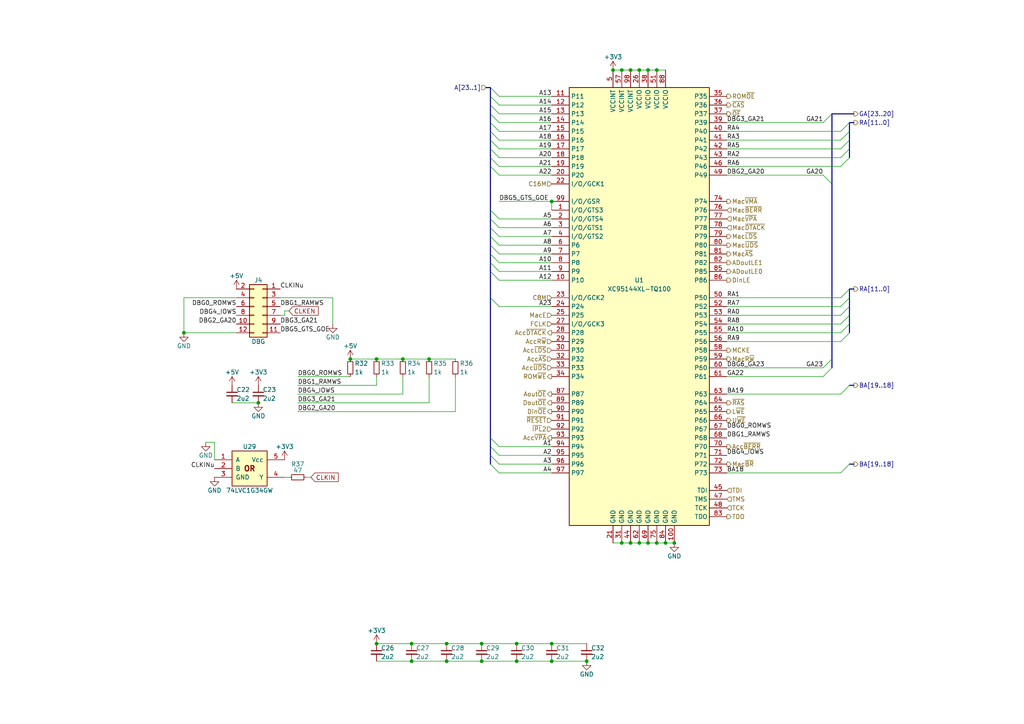
<source format=kicad_sch>
(kicad_sch (version 20231120) (generator "eeschema") (generator_version "8.0")
  (paper "A4")
  (title_block (title "WarpSE (GW4410A)") (date "2024-04-23") (rev "1.0") (company "Garrett's Workshop"))
  (lib_symbols
    (symbol "CPLD_Xilinx:XC95144XL-TQ100"
      (property "Reference" "U" (at -20.32 64.77 0))
      (property "Value" "XC95144XL-TQ100" (at -20.32 -64.77 0))
      (symbol "XC95144XL-TQ100_1_1"
        (rectangle (start -20.32 63.5) (end 20.32 -63.5) (stroke (width 0.254)) (fill (type background)))
        (pin bidirectional line (at -25.4 27.94 0) (length 5.08) (name "I/O/GTS3") (number "1"))
        (pin bidirectional line (at -25.4 7.62 0) (length 5.08) (name "P10") (number "10"))
        (pin power_in line (at 10.16 -68.58 90) (length 5.08) (name "GND") (number "100"))
        (pin bidirectional line (at -25.4 60.96 0) (length 5.08) (name "P11") (number "11"))
        (pin bidirectional line (at -25.4 58.42 0) (length 5.08) (name "P12") (number "12"))
        (pin bidirectional line (at -25.4 55.88 0) (length 5.08) (name "P13") (number "13"))
        (pin bidirectional line (at -25.4 53.34 0) (length 5.08) (name "P14") (number "14"))
        (pin bidirectional line (at -25.4 50.8 0) (length 5.08) (name "P15") (number "15"))
        (pin bidirectional line (at -25.4 48.26 0) (length 5.08) (name "P16") (number "16"))
        (pin bidirectional line (at -25.4 45.72 0) (length 5.08) (name "P17") (number "17"))
        (pin bidirectional line (at -25.4 43.18 0) (length 5.08) (name "P18") (number "18"))
        (pin bidirectional line (at -25.4 40.64 0) (length 5.08) (name "P19") (number "19"))
        (pin bidirectional line (at -25.4 25.4 0) (length 5.08) (name "I/O/GTS4") (number "2"))
        (pin bidirectional line (at -25.4 38.1 0) (length 5.08) (name "P20") (number "20"))
        (pin power_in line (at -7.62 -68.58 90) (length 5.08) (name "GND") (number "21"))
        (pin bidirectional line (at -25.4 35.56 0) (length 5.08) (name "I/O/GCK1") (number "22"))
        (pin bidirectional line (at -25.4 2.54 0) (length 5.08) (name "I/O/GCK2") (number "23"))
        (pin bidirectional line (at -25.4 0 0) (length 5.08) (name "P24") (number "24"))
        (pin bidirectional line (at -25.4 -2.54 0) (length 5.08) (name "P25") (number "25"))
        (pin power_in line (at 0 68.58 270) (length 5.08) (name "VCCIO") (number "26"))
        (pin bidirectional line (at -25.4 -5.08 0) (length 5.08) (name "I/O/GCK3") (number "27"))
        (pin bidirectional line (at -25.4 -7.62 0) (length 5.08) (name "P28") (number "28"))
        (pin bidirectional line (at -25.4 -10.16 0) (length 5.08) (name "P29") (number "29"))
        (pin bidirectional line (at -25.4 22.86 0) (length 5.08) (name "I/O/GTS1") (number "3"))
        (pin bidirectional line (at -25.4 -12.7 0) (length 5.08) (name "P30") (number "30"))
        (pin power_in line (at -5.08 -68.58 90) (length 5.08) (name "GND") (number "31"))
        (pin bidirectional line (at -25.4 -15.24 0) (length 5.08) (name "P32") (number "32"))
        (pin bidirectional line (at -25.4 -17.78 0) (length 5.08) (name "P33") (number "33"))
        (pin bidirectional line (at -25.4 -20.32 0) (length 5.08) (name "P34") (number "34"))
        (pin bidirectional line (at 25.4 60.96 180) (length 5.08) (name "P35") (number "35"))
        (pin bidirectional line (at 25.4 58.42 180) (length 5.08) (name "P36") (number "36"))
        (pin bidirectional line (at 25.4 55.88 180) (length 5.08) (name "P37") (number "37"))
        (pin power_in line (at 2.54 68.58 270) (length 5.08) (name "VCCIO") (number "38"))
        (pin bidirectional line (at 25.4 53.34 180) (length 5.08) (name "P39") (number "39"))
        (pin bidirectional line (at -25.4 20.32 0) (length 5.08) (name "I/O/GTS2") (number "4"))
        (pin bidirectional line (at 25.4 50.8 180) (length 5.08) (name "P40") (number "40"))
        (pin bidirectional line (at 25.4 48.26 180) (length 5.08) (name "P41") (number "41"))
        (pin bidirectional line (at 25.4 45.72 180) (length 5.08) (name "P42") (number "42"))
        (pin bidirectional line (at 25.4 43.18 180) (length 5.08) (name "P43") (number "43"))
        (pin power_in line (at -2.54 -68.58 90) (length 5.08) (name "GND") (number "44"))
        (pin input line (at 25.4 -53.34 180) (length 5.08) (name "TDI") (number "45"))
        (pin bidirectional line (at 25.4 40.64 180) (length 5.08) (name "P46") (number "46"))
        (pin input line (at 25.4 -55.88 180) (length 5.08) (name "TMS") (number "47"))
        (pin input line (at 25.4 -58.42 180) (length 5.08) (name "TCK") (number "48"))
        (pin bidirectional line (at 25.4 38.1 180) (length 5.08) (name "P49") (number "49"))
        (pin power_in line (at -7.62 68.58 270) (length 5.08) (name "VCCINT") (number "5"))
        (pin bidirectional line (at 25.4 2.54 180) (length 5.08) (name "P50") (number "50"))
        (pin power_in line (at 5.08 68.58 270) (length 5.08) (name "VCCIO") (number "51"))
        (pin bidirectional line (at 25.4 0 180) (length 5.08) (name "P52") (number "52"))
        (pin bidirectional line (at 25.4 -2.54 180) (length 5.08) (name "P53") (number "53"))
        (pin bidirectional line (at 25.4 -5.08 180) (length 5.08) (name "P54") (number "54"))
        (pin bidirectional line (at 25.4 -7.62 180) (length 5.08) (name "P55") (number "55"))
        (pin bidirectional line (at 25.4 -10.16 180) (length 5.08) (name "P56") (number "56"))
        (pin power_in line (at -5.08 68.58 270) (length 5.08) (name "VCCINT") (number "57"))
        (pin bidirectional line (at 25.4 -12.7 180) (length 5.08) (name "P58") (number "58"))
        (pin bidirectional line (at 25.4 -15.24 180) (length 5.08) (name "P59") (number "59"))
        (pin bidirectional line (at -25.4 17.78 0) (length 5.08) (name "P6") (number "6"))
        (pin bidirectional line (at 25.4 -17.78 180) (length 5.08) (name "P60") (number "60"))
        (pin bidirectional line (at 25.4 -20.32 180) (length 5.08) (name "P61") (number "61"))
        (pin power_in line (at 0 -68.58 90) (length 5.08) (name "GND") (number "62"))
        (pin bidirectional line (at 25.4 -25.4 180) (length 5.08) (name "P63") (number "63"))
        (pin bidirectional line (at 25.4 -27.94 180) (length 5.08) (name "P64") (number "64"))
        (pin bidirectional line (at 25.4 -30.48 180) (length 5.08) (name "P65") (number "65"))
        (pin bidirectional line (at 25.4 -33.02 180) (length 5.08) (name "P66") (number "66"))
        (pin bidirectional line (at 25.4 -35.56 180) (length 5.08) (name "P67") (number "67"))
        (pin bidirectional line (at 25.4 -38.1 180) (length 5.08) (name "P68") (number "68"))
        (pin power_in line (at 2.54 -68.58 90) (length 5.08) (name "GND") (number "69"))
        (pin bidirectional line (at -25.4 15.24 0) (length 5.08) (name "P7") (number "7"))
        (pin bidirectional line (at 25.4 -40.64 180) (length 5.08) (name "P70") (number "70"))
        (pin bidirectional line (at 25.4 -43.18 180) (length 5.08) (name "P71") (number "71"))
        (pin bidirectional line (at 25.4 -45.72 180) (length 5.08) (name "P72") (number "72"))
        (pin bidirectional line (at 25.4 -48.26 180) (length 5.08) (name "P73") (number "73"))
        (pin bidirectional line (at 25.4 30.48 180) (length 5.08) (name "P74") (number "74"))
        (pin power_in line (at 5.08 -68.58 90) (length 5.08) (name "GND") (number "75"))
        (pin bidirectional line (at 25.4 27.94 180) (length 5.08) (name "P76") (number "76"))
        (pin bidirectional line (at 25.4 25.4 180) (length 5.08) (name "P77") (number "77"))
        (pin bidirectional line (at 25.4 22.86 180) (length 5.08) (name "P78") (number "78"))
        (pin bidirectional line (at 25.4 20.32 180) (length 5.08) (name "P79") (number "79"))
        (pin bidirectional line (at -25.4 12.7 0) (length 5.08) (name "P8") (number "8"))
        (pin bidirectional line (at 25.4 17.78 180) (length 5.08) (name "P80") (number "80"))
        (pin bidirectional line (at 25.4 15.24 180) (length 5.08) (name "P81") (number "81"))
        (pin bidirectional line (at 25.4 12.7 180) (length 5.08) (name "P82") (number "82"))
        (pin output line (at 25.4 -60.96 180) (length 5.08) (name "TDO") (number "83"))
        (pin power_in line (at 7.62 -68.58 90) (length 5.08) (name "GND") (number "84"))
        (pin bidirectional line (at 25.4 10.16 180) (length 5.08) (name "P85") (number "85"))
        (pin bidirectional line (at 25.4 7.62 180) (length 5.08) (name "P86") (number "86"))
        (pin bidirectional line (at -25.4 -25.4 0) (length 5.08) (name "P87") (number "87"))
        (pin power_in line (at 7.62 68.58 270) (length 5.08) (name "VCCIO") (number "88"))
        (pin bidirectional line (at -25.4 -27.94 0) (length 5.08) (name "P89") (number "89"))
        (pin bidirectional line (at -25.4 10.16 0) (length 5.08) (name "P9") (number "9"))
        (pin bidirectional line (at -25.4 -30.48 0) (length 5.08) (name "P90") (number "90"))
        (pin bidirectional line (at -25.4 -33.02 0) (length 5.08) (name "P91") (number "91"))
        (pin bidirectional line (at -25.4 -35.56 0) (length 5.08) (name "P92") (number "92"))
        (pin bidirectional line (at -25.4 -38.1 0) (length 5.08) (name "P93") (number "93"))
        (pin bidirectional line (at -25.4 -40.64 0) (length 5.08) (name "P94") (number "94"))
        (pin bidirectional line (at -25.4 -43.18 0) (length 5.08) (name "P95") (number "95"))
        (pin bidirectional line (at -25.4 -45.72 0) (length 5.08) (name "P96") (number "96"))
        (pin bidirectional line (at -25.4 -48.26 0) (length 5.08) (name "P97") (number "97"))
        (pin power_in line (at -2.54 68.58 270) (length 5.08) (name "VCCINT") (number "98"))
        (pin bidirectional line (at -25.4 30.48 0) (length 5.08) (name "I/O/GSR") (number "99"))
      )
    )
    (symbol "Connector_Generic:Conn_02x06_Odd_Even" (pin_names (offset 1.016) hide)
      (property "Reference" "J" (at 1.27 7.62 0))
      (property "Value" "Conn_02x06_Odd_Even" (at 1.27 -10.16 0))
      (symbol "Conn_02x06_Odd_Even_1_1"
        (rectangle (start -1.27 -7.493) (end 0 -7.747) (stroke (width 0.1524)))
        (rectangle (start -1.27 -4.953) (end 0 -5.207) (stroke (width 0.1524)))
        (rectangle (start -1.27 -2.413) (end 0 -2.667) (stroke (width 0.1524)))
        (rectangle (start -1.27 0.127) (end 0 -0.127) (stroke (width 0.1524)))
        (rectangle (start -1.27 2.667) (end 0 2.413) (stroke (width 0.1524)))
        (rectangle (start -1.27 5.207) (end 0 4.953) (stroke (width 0.1524)))
        (rectangle (start -1.27 6.35) (end 3.81 -8.89) (stroke (width 0.254)) (fill (type background)))
        (rectangle (start 3.81 -7.493) (end 2.54 -7.747) (stroke (width 0.1524)))
        (rectangle (start 3.81 -4.953) (end 2.54 -5.207) (stroke (width 0.1524)))
        (rectangle (start 3.81 -2.413) (end 2.54 -2.667) (stroke (width 0.1524)))
        (rectangle (start 3.81 0.127) (end 2.54 -0.127) (stroke (width 0.1524)))
        (rectangle (start 3.81 2.667) (end 2.54 2.413) (stroke (width 0.1524)))
        (rectangle (start 3.81 5.207) (end 2.54 4.953) (stroke (width 0.1524)))
        (pin passive line (at -5.08 5.08 0) (length 3.81) (name "Pin_1") (number "1"))
        (pin passive line (at 7.62 -5.08 180) (length 3.81) (name "Pin_10") (number "10"))
        (pin passive line (at -5.08 -7.62 0) (length 3.81) (name "Pin_11") (number "11"))
        (pin passive line (at 7.62 -7.62 180) (length 3.81) (name "Pin_12") (number "12"))
        (pin passive line (at 7.62 5.08 180) (length 3.81) (name "Pin_2") (number "2"))
        (pin passive line (at -5.08 2.54 0) (length 3.81) (name "Pin_3") (number "3"))
        (pin passive line (at 7.62 2.54 180) (length 3.81) (name "Pin_4") (number "4"))
        (pin passive line (at -5.08 0 0) (length 3.81) (name "Pin_5") (number "5"))
        (pin passive line (at 7.62 0 180) (length 3.81) (name "Pin_6") (number "6"))
        (pin passive line (at -5.08 -2.54 0) (length 3.81) (name "Pin_7") (number "7"))
        (pin passive line (at 7.62 -2.54 180) (length 3.81) (name "Pin_8") (number "8"))
        (pin passive line (at -5.08 -5.08 0) (length 3.81) (name "Pin_9") (number "9"))
      )
    )
    (symbol "Device:C_Small" (pin_numbers hide) (pin_names (offset 0.254) hide)
      (property "Reference" "C" (at 0.254 1.778 0))
      (property "Value" "C_Small" (at 0.254 -2.032 0))
      (symbol "C_Small_0_1"
        (polyline (pts (xy -1.524 -0.508) (xy 1.524 -0.508)) (stroke (width 0.3302)))
        (polyline (pts (xy -1.524 0.508) (xy 1.524 0.508)) (stroke (width 0.3048)))
      )
      (symbol "C_Small_1_1"
        (pin passive line (at 0 2.54 270) (length 2.032) (name "~") (number "1"))
        (pin passive line (at 0 -2.54 90) (length 2.032) (name "~") (number "2"))
      )
    )
    (symbol "Device:R_Small" (pin_numbers hide) (pin_names (offset 0.254) hide)
      (property "Reference" "R" (at 0.762 0.508 0))
      (property "Value" "R_Small" (at 0.762 -1.016 0))
      (symbol "R_Small_0_1"
        (rectangle (start -0.762 1.778) (end 0.762 -1.778) (stroke (width 0.2032)))
      )
      (symbol "R_Small_1_1"
        (pin passive line (at 0 2.54 270) (length 0.762) (name "~") (number "1"))
        (pin passive line (at 0 -2.54 90) (length 0.762) (name "~") (number "2"))
      )
    )
    (symbol "GW_Logic:741G32GW" (pin_names (offset 1.016))
      (property "Reference" "U" (at 0 6.35 0))
      (property "Value" "741G32GW" (at 0 -6.35 0))
      (symbol "741G32GW_0_1"
        (rectangle (start -5.08 5.08) (end 5.08 -5.08) (stroke (width 0.254)) (fill (type background)))
      )
      (symbol "741G32GW_1_1"
        (text "OR" (at 0 0 0) (effects (font (size 1.524 1.524) (bold yes))))
        (pin input line (at -10.16 2.54 0) (length 5.08) (name "A") (number "1"))
        (pin input line (at -10.16 0 0) (length 5.08) (name "B") (number "2"))
        (pin power_in line (at -10.16 -2.54 0) (length 5.08) (name "GND") (number "3"))
        (pin output line (at 10.16 -2.54 180) (length 5.08) (name "Y") (number "4"))
        (pin power_in line (at 10.16 2.54 180) (length 5.08) (name "Vcc") (number "5"))
      )
    )
    (symbol "power:+3V3" (power) (pin_names (offset 0))
      (property "Value" "+3V3" (at 0 3.556 0))
      (symbol "+3V3_0_1"
        (polyline (pts (xy -0.762 1.27) (xy 0 2.54)))
        (polyline (pts (xy 0 0) (xy 0 2.54)))
        (polyline (pts (xy 0 2.54) (xy 0.762 1.27)))
      )
      (symbol "+3V3_1_1"
        (pin power_in line (at 0 0 90) (length 0) hide (name "+3V3") (number "1"))
      )
    )
    (symbol "power:+5V" (power) (pin_names (offset 0))
      (property "Value" "+5V" (at 0 3.556 0))
      (symbol "+5V_0_1"
        (polyline (pts (xy -0.762 1.27) (xy 0 2.54)))
        (polyline (pts (xy 0 0) (xy 0 2.54)))
        (polyline (pts (xy 0 2.54) (xy 0.762 1.27)))
      )
      (symbol "+5V_1_1"
        (pin power_in line (at 0 0 90) (length 0) hide (name "+5V") (number "1"))
      )
    )
    (symbol "power:GND" (power) (pin_names (offset 0))
      (property "Value" "GND" (at 0 -3.81 0))
      (symbol "GND_0_1"
        (polyline (pts (xy 0 0) (xy 0 -1.27) (xy 1.27 -1.27) (xy 0 -2.54) (xy -1.27 -1.27) (xy 0 -1.27)))
      )
      (symbol "GND_1_1"
        (pin power_in line (at 0 0 270) (length 0) hide (name "GND") (number "1"))
      )
    )
  )
  (junction (at 74.93 116.84))
  (junction (at 116.84 104.14))
  (junction (at 119.38 191.77))
  (junction (at 193.04 157.48))
  (junction (at 129.54 191.77))
  (junction (at 180.34 157.48))
  (junction (at 177.8 20.32))
  (junction (at 139.7 191.77))
  (junction (at 139.7 186.69))
  (junction (at 187.96 157.48))
  (junction (at 101.6 104.14))
  (junction (at 182.88 157.48))
  (junction (at 119.38 186.69))
  (junction (at 185.42 20.32))
  (junction (at 160.02 186.69))
  (junction (at 160.02 58.42))
  (junction (at 109.22 104.14))
  (junction (at 182.88 20.32))
  (junction (at 124.46 104.14))
  (junction (at 109.22 186.69))
  (junction (at 195.58 157.48))
  (junction (at 187.96 20.32))
  (junction (at 180.34 20.32))
  (junction (at 149.86 191.77))
  (junction (at 190.5 157.48))
  (junction (at 149.86 186.69))
  (junction (at 185.42 157.48))
  (junction (at 170.18 191.77))
  (junction (at 160.02 191.77))
  (junction (at 129.54 186.69))
  (junction (at 190.5 20.32))
  (junction (at 53.34 96.52))
  (bus_entry (at 142.24 63.5) (size 2.54 2.54))
  (bus_entry (at 142.24 129.54) (size 2.54 2.54))
  (bus_entry (at 142.24 71.12) (size 2.54 2.54))
  (bus_entry (at 142.24 27.94) (size 2.54 2.54))
  (bus_entry (at 142.24 35.56) (size 2.54 2.54))
  (bus_entry (at 238.76 35.56) (size 2.54 -2.54))
  (bus_entry (at 246.38 93.98) (size -2.54 2.54))
  (bus_entry (at 246.38 43.18) (size -2.54 2.54))
  (bus_entry (at 142.24 25.4) (size 2.54 2.54))
  (bus_entry (at 142.24 30.48) (size 2.54 2.54))
  (bus_entry (at 142.24 45.72) (size 2.54 2.54))
  (bus_entry (at 246.38 96.52) (size -2.54 2.54))
  (bus_entry (at 142.24 48.26) (size 2.54 2.54))
  (bus_entry (at 246.38 45.72) (size -2.54 2.54))
  (bus_entry (at 241.3 53.34) (size -2.54 -2.54))
  (bus_entry (at 246.38 88.9) (size -2.54 2.54))
  (bus_entry (at 142.24 73.66) (size 2.54 2.54))
  (bus_entry (at 246.38 83.82) (size -2.54 2.54))
  (bus_entry (at 246.38 38.1) (size -2.54 2.54))
  (bus_entry (at 246.38 35.56) (size -2.54 2.54))
  (bus_entry (at 142.24 86.36) (size 2.54 2.54))
  (bus_entry (at 246.38 134.62) (size -2.54 2.54))
  (bus_entry (at 142.24 127) (size 2.54 2.54))
  (bus_entry (at 142.24 78.74) (size 2.54 2.54))
  (bus_entry (at 142.24 76.2) (size 2.54 2.54))
  (bus_entry (at 142.24 68.58) (size 2.54 2.54))
  (bus_entry (at 142.24 33.02) (size 2.54 2.54))
  (bus_entry (at 142.24 40.64) (size 2.54 2.54))
  (bus_entry (at 246.38 40.64) (size -2.54 2.54))
  (bus_entry (at 142.24 132.08) (size 2.54 2.54))
  (bus_entry (at 142.24 38.1) (size 2.54 2.54))
  (bus_entry (at 246.38 91.44) (size -2.54 2.54))
  (bus_entry (at 241.3 106.68) (size -2.54 2.54))
  (bus_entry (at 142.24 134.62) (size 2.54 2.54))
  (bus_entry (at 142.24 60.96) (size 2.54 2.54))
  (bus_entry (at 246.38 111.76) (size -2.54 2.54))
  (bus_entry (at 246.38 86.36) (size -2.54 2.54))
  (bus_entry (at 241.3 104.14) (size -2.54 2.54))
  (bus_entry (at 142.24 66.04) (size 2.54 2.54))
  (bus_entry (at 142.24 43.18) (size 2.54 2.54))
  (wire (pts (xy 210.82 93.98) (xy 243.84 93.98)))
  (wire (pts (xy 210.82 43.18) (xy 243.84 43.18)))
  (wire (pts (xy 182.88 20.32) (xy 185.42 20.32)))
  (bus (pts (xy 142.24 127) (xy 142.24 129.54)))
  (bus (pts (xy 142.24 27.94) (xy 142.24 30.48)))
  (bus (pts (xy 142.24 38.1) (xy 142.24 40.64)))
  (wire (pts (xy 160.02 33.02) (xy 144.78 33.02)))
  (wire (pts (xy 160.02 35.56) (xy 144.78 35.56)))
  (wire (pts (xy 185.42 20.32) (xy 187.96 20.32)))
  (wire (pts (xy 83.82 138.43) (xy 82.55 138.43)))
  (wire (pts (xy 86.36 109.22) (xy 101.6 109.22)))
  (wire (pts (xy 160.02 45.72) (xy 144.78 45.72)))
  (bus (pts (xy 142.24 73.66) (xy 142.24 76.2)))
  (wire (pts (xy 109.22 186.69) (xy 119.38 186.69)))
  (wire (pts (xy 160.02 50.8) (xy 144.78 50.8)))
  (wire (pts (xy 86.36 111.76) (xy 109.22 111.76)))
  (wire (pts (xy 109.22 111.76) (xy 109.22 109.22)))
  (wire (pts (xy 160.02 81.28) (xy 144.78 81.28)))
  (wire (pts (xy 160.02 76.2) (xy 144.78 76.2)))
  (wire (pts (xy 109.22 104.14) (xy 116.84 104.14)))
  (wire (pts (xy 119.38 186.69) (xy 129.54 186.69)))
  (bus (pts (xy 142.24 48.26) (xy 142.24 60.96)))
  (bus (pts (xy 142.24 25.4) (xy 140.97 25.4)))
  (wire (pts (xy 210.82 106.68) (xy 238.76 106.68)))
  (bus (pts (xy 142.24 71.12) (xy 142.24 73.66)))
  (wire (pts (xy 160.02 30.48) (xy 144.78 30.48)))
  (wire (pts (xy 210.82 35.56) (xy 238.76 35.56)))
  (wire (pts (xy 160.02 48.26) (xy 144.78 48.26)))
  (bus (pts (xy 246.38 83.82) (xy 246.38 86.36)))
  (wire (pts (xy 160.02 186.69) (xy 170.18 186.69)))
  (bus (pts (xy 142.24 45.72) (xy 142.24 48.26)))
  (bus (pts (xy 142.24 40.64) (xy 142.24 43.18)))
  (wire (pts (xy 160.02 78.74) (xy 144.78 78.74)))
  (wire (pts (xy 210.82 38.1) (xy 243.84 38.1)))
  (bus (pts (xy 246.38 35.56) (xy 246.38 38.1)))
  (wire (pts (xy 144.78 137.16) (xy 160.02 137.16)))
  (bus (pts (xy 246.38 40.64) (xy 246.38 43.18)))
  (bus (pts (xy 241.3 33.02) (xy 247.65 33.02)))
  (bus (pts (xy 241.3 33.02) (xy 241.3 53.34)))
  (wire (pts (xy 116.84 104.14) (xy 124.46 104.14)))
  (bus (pts (xy 142.24 25.4) (xy 142.24 27.94)))
  (wire (pts (xy 139.7 191.77) (xy 149.86 191.77)))
  (bus (pts (xy 246.38 86.36) (xy 246.38 88.9)))
  (wire (pts (xy 53.34 86.36) (xy 53.34 96.52)))
  (wire (pts (xy 160.02 38.1) (xy 144.78 38.1)))
  (wire (pts (xy 86.36 119.38) (xy 132.08 119.38)))
  (wire (pts (xy 243.84 96.52) (xy 210.82 96.52)))
  (bus (pts (xy 142.24 43.18) (xy 142.24 45.72)))
  (bus (pts (xy 142.24 33.02) (xy 142.24 35.56)))
  (bus (pts (xy 246.38 38.1) (xy 246.38 40.64)))
  (wire (pts (xy 160.02 40.64) (xy 144.78 40.64)))
  (wire (pts (xy 187.96 157.48) (xy 185.42 157.48)))
  (wire (pts (xy 210.82 109.22) (xy 238.76 109.22)))
  (bus (pts (xy 142.24 60.96) (xy 142.24 63.5)))
  (wire (pts (xy 160.02 66.04) (xy 144.78 66.04)))
  (wire (pts (xy 210.82 88.9) (xy 243.84 88.9)))
  (wire (pts (xy 210.82 99.06) (xy 243.84 99.06)))
  (wire (pts (xy 129.54 186.69) (xy 139.7 186.69)))
  (wire (pts (xy 53.34 96.52) (xy 68.58 96.52)))
  (wire (pts (xy 210.82 45.72) (xy 243.84 45.72)))
  (wire (pts (xy 160.02 191.77) (xy 170.18 191.77)))
  (wire (pts (xy 160.02 68.58) (xy 144.78 68.58)))
  (wire (pts (xy 139.7 186.69) (xy 149.86 186.69)))
  (wire (pts (xy 82.55 90.17) (xy 83.82 90.17)))
  (wire (pts (xy 210.82 40.64) (xy 243.84 40.64)))
  (bus (pts (xy 142.24 63.5) (xy 142.24 66.04)))
  (wire (pts (xy 82.55 91.44) (xy 82.55 90.17)))
  (wire (pts (xy 53.34 86.36) (xy 68.58 86.36)))
  (bus (pts (xy 142.24 68.58) (xy 142.24 71.12)))
  (wire (pts (xy 149.86 186.69) (xy 160.02 186.69)))
  (wire (pts (xy 101.6 104.14) (xy 109.22 104.14)))
  (bus (pts (xy 241.3 53.34) (xy 241.3 104.14)))
  (wire (pts (xy 210.82 48.26) (xy 243.84 48.26)))
  (wire (pts (xy 210.82 137.16) (xy 243.84 137.16)))
  (wire (pts (xy 149.86 191.77) (xy 160.02 191.77)))
  (wire (pts (xy 90.17 138.43) (xy 88.9 138.43)))
  (wire (pts (xy 59.69 128.27) (xy 62.23 128.27)))
  (bus (pts (xy 142.24 132.08) (xy 142.24 134.62)))
  (bus (pts (xy 142.24 78.74) (xy 142.24 86.36)))
  (bus (pts (xy 142.24 35.56) (xy 142.24 38.1)))
  (wire (pts (xy 185.42 157.48) (xy 182.88 157.48)))
  (wire (pts (xy 193.04 157.48) (xy 190.5 157.48)))
  (wire (pts (xy 160.02 43.18) (xy 144.78 43.18)))
  (wire (pts (xy 86.36 114.3) (xy 116.84 114.3)))
  (wire (pts (xy 144.78 129.54) (xy 160.02 129.54)))
  (wire (pts (xy 119.38 191.77) (xy 129.54 191.77)))
  (bus (pts (xy 246.38 134.62) (xy 247.65 134.62)))
  (wire (pts (xy 160.02 71.12) (xy 144.78 71.12)))
  (wire (pts (xy 81.28 91.44) (xy 82.55 91.44)))
  (wire (pts (xy 109.22 191.77) (xy 119.38 191.77)))
  (wire (pts (xy 210.82 86.36) (xy 243.84 86.36)))
  (bus (pts (xy 246.38 43.18) (xy 246.38 45.72)))
  (bus (pts (xy 246.38 88.9) (xy 246.38 91.44)))
  (bus (pts (xy 142.24 129.54) (xy 142.24 132.08)))
  (bus (pts (xy 142.24 86.36) (xy 142.24 127)))
  (bus (pts (xy 241.3 106.68) (xy 241.3 104.14)))
  (wire (pts (xy 210.82 50.8) (xy 238.76 50.8)))
  (wire (pts (xy 160.02 63.5) (xy 144.78 63.5)))
  (wire (pts (xy 132.08 109.22) (xy 132.08 119.38)))
  (wire (pts (xy 144.78 132.08) (xy 160.02 132.08)))
  (wire (pts (xy 67.31 116.84) (xy 74.93 116.84)))
  (wire (pts (xy 160.02 60.96) (xy 160.02 58.42)))
  (wire (pts (xy 144.78 134.62) (xy 160.02 134.62)))
  (wire (pts (xy 96.52 86.36) (xy 96.52 93.98)))
  (wire (pts (xy 243.84 91.44) (xy 210.82 91.44)))
  (wire (pts (xy 160.02 27.94) (xy 144.78 27.94)))
  (wire (pts (xy 182.88 157.48) (xy 180.34 157.48)))
  (wire (pts (xy 144.78 58.42) (xy 160.02 58.42)))
  (wire (pts (xy 190.5 157.48) (xy 187.96 157.48)))
  (bus (pts (xy 142.24 76.2) (xy 142.24 78.74)))
  (bus (pts (xy 142.24 30.48) (xy 142.24 33.02)))
  (wire (pts (xy 210.82 114.3) (xy 243.84 114.3)))
  (bus (pts (xy 246.38 111.76) (xy 247.65 111.76)))
  (bus (pts (xy 246.38 35.56) (xy 247.65 35.56)))
  (bus (pts (xy 246.38 91.44) (xy 246.38 93.98)))
  (wire (pts (xy 187.96 20.32) (xy 190.5 20.32)))
  (wire (pts (xy 96.52 86.36) (xy 81.28 86.36)))
  (wire (pts (xy 160.02 88.9) (xy 144.78 88.9)))
  (wire (pts (xy 86.36 116.84) (xy 124.46 116.84)))
  (wire (pts (xy 190.5 20.32) (xy 193.04 20.32)))
  (wire (pts (xy 177.8 20.32) (xy 180.34 20.32)))
  (wire (pts (xy 180.34 157.48) (xy 177.8 157.48)))
  (wire (pts (xy 116.84 114.3) (xy 116.84 109.22)))
  (wire (pts (xy 124.46 104.14) (xy 132.08 104.14)))
  (wire (pts (xy 62.23 128.27) (xy 62.23 133.35)))
  (wire (pts (xy 195.58 157.48) (xy 193.04 157.48)))
  (wire (pts (xy 129.54 191.77) (xy 139.7 191.77)))
  (wire (pts (xy 160.02 73.66) (xy 144.78 73.66)))
  (wire (pts (xy 124.46 109.22) (xy 124.46 116.84)))
  (bus (pts (xy 246.38 83.82) (xy 247.65 83.82)))
  (bus (pts (xy 246.38 93.98) (xy 246.38 96.52)))
  (bus (pts (xy 142.24 66.04) (xy 142.24 68.58)))
  (wire (pts (xy 180.34 20.32) (xy 182.88 20.32)))
  (label "DBG3_GA21" (at 210.82 35.56 0))
  (label "BA19" (at 210.82 114.3 0))
  (label "DBG3_GA21" (at 81.28 93.98 0))
  (label "GA21" (at 238.76 35.56 180))
  (label "A8" (at 160.02 71.12 180))
  (label "A23" (at 160.02 88.9 180))
  (label "DBG1_RAMWS" (at 81.28 88.9 0))
  (label "A5" (at 160.02 63.5 180))
  (label "RA2" (at 210.82 45.72 0))
  (label "CLKINu" (at 81.28 83.82 0))
  (label "A15" (at 160.02 33.02 180))
  (label "RA10" (at 210.82 96.52 0))
  (label "DBG2_GA20" (at 68.58 93.98 180))
  (label "GA20" (at 238.76 50.8 180))
  (label "RA1" (at 210.82 86.36 0))
  (label "A17" (at 160.02 38.1 180))
  (label "DBG0_ROMWS" (at 210.82 124.46 0))
  (label "RA4" (at 210.82 38.1 0))
  (label "DBG6_GA23" (at 210.82 106.68 0))
  (label "A16" (at 160.02 35.56 180))
  (label "A7" (at 160.02 68.58 180))
  (label "DBG2_GA20" (at 86.36 119.38 0))
  (label "A10" (at 160.02 76.2 180))
  (label "A9" (at 160.02 73.66 180))
  (label "A21" (at 160.02 48.26 180))
  (label "BA18" (at 210.82 137.16 0))
  (label "GA23" (at 238.76 106.68 180))
  (label "RA3" (at 210.82 40.64 0))
  (label "A20" (at 160.02 45.72 180))
  (label "A3" (at 160.02 134.62 180))
  (label "DBG1_RAMWS" (at 210.82 127 0))
  (label "A13" (at 160.02 27.94 180))
  (label "DBG2_GA20" (at 210.82 50.8 0))
  (label "DBG3_GA21" (at 86.36 116.84 0))
  (label "GA22" (at 210.82 109.22 0))
  (label "DBG1_RAMWS" (at 86.36 111.76 0))
  (label "A22" (at 160.02 50.8 180))
  (label "RA6" (at 210.82 48.26 0))
  (label "A14" (at 160.02 30.48 180))
  (label "RA7" (at 210.82 88.9 0))
  (label "A11" (at 160.02 78.74 180))
  (label "DBG0_ROMWS" (at 68.58 88.9 180))
  (label "DBG5_GTS_GOE" (at 81.28 96.52 0))
  (label "A18" (at 160.02 40.64 180))
  (label "A6" (at 160.02 66.04 180))
  (label "RA0" (at 210.82 91.44 0))
  (label "CLKINu" (at 62.23 135.89 180))
  (label "DBG5_GTS_GOE" (at 144.78 58.42 0))
  (label "RA8" (at 210.82 93.98 0))
  (label "RA9" (at 210.82 99.06 0))
  (label "DBG4_IOWS" (at 86.36 114.3 0))
  (label "DBG4_IOWS" (at 210.82 132.08 0))
  (label "A1" (at 160.02 129.54 180))
  (label "A4" (at 160.02 137.16 180))
  (label "A2" (at 160.02 132.08 180))
  (label "DBG0_ROMWS" (at 86.36 109.22 0))
  (label "A12" (at 160.02 81.28 180))
  (label "DBG4_IOWS" (at 68.58 91.44 180))
  (label "A19" (at 160.02 43.18 180))
  (label "RA5" (at 210.82 43.18 0))
  (global_label "CLKEN" (shape input) (at 83.82 90.17 0) (property "Intersheetrefs" "${INTERSHEET_REFS}" (effects (hide yes))))
  (global_label "CLKIN" (shape input) (at 90.17 138.43 0) (property "Intersheetrefs" "${INTERSHEET_REFS}" (effects (hide yes))))
  (hierarchical_label "A[23..1]" (shape input) (at 140.97 25.4 180))
  (hierarchical_label "Dout~{OE}" (shape output) (at 160.02 116.84 180))
  (hierarchical_label "AccR~{W}" (shape input) (at 160.02 99.06 180))
  (hierarchical_label "TCK" (shape input) (at 210.82 147.32 0))
  (hierarchical_label "ROM~{WE}" (shape output) (at 160.02 109.22 180))
  (hierarchical_label "~{RAS}" (shape output) (at 210.82 116.84 0))
  (hierarchical_label "Acc~{UDS}" (shape input) (at 160.02 106.68 180))
  (hierarchical_label "MacR~{W}" (shape output) (at 210.82 104.14 0))
  (hierarchical_label "Din~{OE}" (shape output) (at 160.02 119.38 180))
  (hierarchical_label "L~{WE}" (shape output) (at 210.82 119.38 0))
  (hierarchical_label "TDO" (shape output) (at 210.82 149.86 0))
  (hierarchical_label "Mac~{DTACK}" (shape input) (at 210.82 66.04 0))
  (hierarchical_label "TDI" (shape input) (at 210.82 142.24 0))
  (hierarchical_label "Mac~{VMA}" (shape output) (at 210.82 58.42 0))
  (hierarchical_label "~{OE}" (shape output) (at 210.82 33.02 0))
  (hierarchical_label "ADoutLE1" (shape output) (at 210.82 76.2 0))
  (hierarchical_label "Mac~{UDS}" (shape output) (at 210.82 71.12 0))
  (hierarchical_label "ADoutLE0" (shape output) (at 210.82 78.74 0))
  (hierarchical_label "Acc~{AS}" (shape input) (at 160.02 104.14 180))
  (hierarchical_label "Acc~{VPA}" (shape output) (at 160.02 127 180))
  (hierarchical_label "DinLE" (shape output) (at 210.82 81.28 0))
  (hierarchical_label "C8M" (shape input) (at 160.02 86.36 180))
  (hierarchical_label "MCKE" (shape output) (at 210.82 101.6 0))
  (hierarchical_label "ROM~{OE}" (shape output) (at 210.82 27.94 0))
  (hierarchical_label "TMS" (shape input) (at 210.82 144.78 0))
  (hierarchical_label "BA[19..18]" (shape output) (at 247.65 134.62 0))
  (hierarchical_label "~{IPL}2" (shape input) (at 160.02 124.46 180))
  (hierarchical_label "GA[23..20]" (shape output) (at 247.65 33.02 0))
  (hierarchical_label "BA[19..18]" (shape output) (at 247.65 111.76 0))
  (hierarchical_label "Mac~{BERR}" (shape input) (at 210.82 60.96 0))
  (hierarchical_label "Acc~{LDS}" (shape input) (at 160.02 101.6 180))
  (hierarchical_label "Acc~{DTACK}" (shape output) (at 160.02 96.52 180))
  (hierarchical_label "C16M" (shape input) (at 160.02 53.34 180))
  (hierarchical_label "FCLK" (shape input) (at 160.02 93.98 180))
  (hierarchical_label "Mac~{VPA}" (shape input) (at 210.82 63.5 0))
  (hierarchical_label "MacE" (shape input) (at 160.02 91.44 180))
  (hierarchical_label "Mac~{BR}" (shape output) (at 210.82 134.62 0))
  (hierarchical_label "Mac~{AS}" (shape output) (at 210.82 73.66 0))
  (hierarchical_label "~{CAS}" (shape output) (at 210.82 30.48 0))
  (hierarchical_label "Aout~{OE}" (shape output) (at 160.02 114.3 180))
  (hierarchical_label "RA[11..0]" (shape output) (at 247.65 35.56 0))
  (hierarchical_label "Acc~{BERR}" (shape output) (at 210.82 129.54 0))
  (hierarchical_label "~{RESET}" (shape input) (at 160.02 121.92 180))
  (hierarchical_label "U~{WE}" (shape output) (at 210.82 121.92 0))
  (hierarchical_label "RA[11..0]" (shape output) (at 247.65 83.82 0))
  (hierarchical_label "Mac~{LDS}" (shape output) (at 210.82 68.58 0))
  (symbol (lib_id "Device:C_Small") (at 119.38 189.23 0) (unit 1)
    (property "Reference" "C27" (at 120.65 187.96 0) (effects (justify left)))
    (property "Value" "2u2" (at 120.65 190.5 0) (effects (justify left)))
    (property "Footprint" "stdpads:C_0603" (effects (hide yes)))
    (property "LCSC Part" "C23630" (effects (hide yes)))
  )
  (symbol (lib_id "Device:C_Small") (at 129.54 189.23 0) (unit 1)
    (property "Reference" "C28" (at 130.81 187.96 0) (effects (justify left)))
    (property "Value" "2u2" (at 130.81 190.5 0) (effects (justify left)))
    (property "Footprint" "stdpads:C_0603" (effects (hide yes)))
    (property "LCSC Part" "C23630" (effects (hide yes)))
  )
  (symbol (lib_id "Device:C_Small") (at 139.7 189.23 0) (unit 1)
    (property "Reference" "C29" (at 140.97 187.96 0) (effects (justify left)))
    (property "Value" "2u2" (at 140.97 190.5 0) (effects (justify left)))
    (property "Footprint" "stdpads:C_0603" (effects (hide yes)))
    (property "LCSC Part" "C23630" (effects (hide yes)))
  )
  (symbol (lib_id "power:+3V3") (at 109.22 186.69 0) (unit 1)
    (property "Reference" "#PWR0158" (effects (hide yes)))
    (property "Value" "+3V3" (at 109.22 182.88 0))
  )
  (symbol (lib_id "Device:C_Small") (at 109.22 189.23 0) (unit 1)
    (property "Reference" "C26" (at 110.49 187.96 0) (effects (justify left)))
    (property "Value" "2u2" (at 110.49 190.5 0) (effects (justify left)))
    (property "Footprint" "stdpads:C_0603" (effects (hide yes)))
    (property "LCSC Part" "C23630" (effects (hide yes)))
  )
  (symbol (lib_id "Device:C_Small") (at 160.02 189.23 0) (unit 1)
    (property "Reference" "C31" (at 161.29 187.96 0) (effects (justify left)))
    (property "Value" "2u2" (at 161.29 190.5 0) (effects (justify left)))
    (property "Footprint" "stdpads:C_0603" (effects (hide yes)))
    (property "LCSC Part" "C23630" (effects (hide yes)))
  )
  (symbol (lib_id "Device:C_Small") (at 149.86 189.23 0) (unit 1)
    (property "Reference" "C30" (at 151.13 187.96 0) (effects (justify left)))
    (property "Value" "2u2" (at 151.13 190.5 0) (effects (justify left)))
    (property "Footprint" "stdpads:C_0603" (effects (hide yes)))
    (property "LCSC Part" "C23630" (effects (hide yes)))
  )
  (symbol (lib_id "power:GND") (at 170.18 191.77 0) (mirror y) (unit 1)
    (property "Reference" "#PWR0159" (effects (hide yes)))
    (property "Value" "GND" (at 170.18 195.58 0))
  )
  (symbol (lib_id "Device:C_Small") (at 170.18 189.23 0) (unit 1)
    (property "Reference" "C32" (at 171.45 187.96 0) (effects (justify left)))
    (property "Value" "2u2" (at 171.45 190.5 0) (effects (justify left)))
    (property "Footprint" "stdpads:C_0603" (effects (hide yes)))
    (property "LCSC Part" "C23630" (effects (hide yes)))
  )
  (symbol (lib_id "power:+3V3") (at 177.8 20.32 0) (unit 1)
    (property "Reference" "#PWR0160" (effects (hide yes)))
    (property "Value" "+3V3" (at 177.8 16.51 0))
  )
  (symbol (lib_id "power:GND") (at 195.58 157.48 0) (unit 1)
    (property "Reference" "#PWR0161" (effects (hide yes)))
    (property "Value" "GND" (at 195.58 161.29 0))
  )
  (symbol (lib_id "CPLD_Xilinx:XC95144XL-TQ100") (at 185.42 88.9 0) (unit 1)
    (property "Reference" "U1" (at 185.42 81.28 0))
    (property "Value" "XC95144XL-TQ100" (at 185.42 83.82 0))
    (property "Footprint" "stdpads:TQFP-100_14x14mm_P0.5mm" (effects (hide yes)))
    (property "LCSC Part" "C45126" (effects (hide yes)))
  )
  (symbol (lib_id "power:+5V") (at 67.31 111.76 0) (unit 1)
    (property "Reference" "#PWR027" (effects (hide yes)))
    (property "Value" "+5V" (at 67.31 107.95 0))
  )
  (symbol (lib_id "power:GND") (at 62.23 138.43 0) (unit 1)
    (property "Reference" "#PWR044" (effects (hide yes)))
    (property "Value" "GND" (at 62.23 142.24 0))
  )
  (symbol (lib_id "Device:R_Small") (at 86.36 138.43 270) (unit 1)
    (property "Reference" "R37" (at 86.36 134.62 90))
    (property "Value" "47" (at 86.36 137.16 90) (effects (justify bottom)))
    (property "Footprint" "stdpads:R_0603" (effects (hide yes)))
    (property "LCSC Part" "C23182" (effects (hide yes)))
  )
  (symbol (lib_id "power:+3V3") (at 82.55 133.35 0) (unit 1)
    (property "Reference" "#PWR046" (effects (hide yes)))
    (property "Value" "+3V3" (at 82.55 129.54 0))
  )
  (symbol (lib_id "Device:R_Small") (at 124.46 106.68 180) (unit 1)
    (property "Reference" "R35" (at 125.73 105.41 0) (effects (justify right)))
    (property "Value" "1k" (at 125.73 107.95 0) (effects (justify right)))
    (property "Footprint" "stdpads:R_0603" (effects (hide yes)))
    (property "LCSC Part" "C21190" (effects (hide yes)))
  )
  (symbol (lib_id "Device:R_Small") (at 101.6 106.68 180) (unit 1)
    (property "Reference" "R32" (at 102.87 105.41 0) (effects (justify right)))
    (property "Value" "1k" (at 102.87 107.95 0) (effects (justify right)))
    (property "Footprint" "stdpads:R_0603" (effects (hide yes)))
    (property "LCSC Part" "C21190" (effects (hide yes)))
  )
  (symbol (lib_id "GW_Logic:741G32GW") (at 72.39 135.89 0) (unit 1)
    (property "Reference" "U29" (at 72.39 129.54 0))
    (property "Value" "74LVC1G34GW" (at 72.39 142.24 0))
    (property "Footprint" "stdpads:SOT-353" (effects (hide yes)))
    (property "LCSC Part" "C455045" (effects (hide yes)))
  )
  (symbol (lib_id "power:+5V") (at 68.58 83.82 0) (unit 1)
    (property "Reference" "#PWR07" (effects (hide yes)))
    (property "Value" "+5V" (at 68.58 80.01 0))
  )
  (symbol (lib_id "power:GND") (at 96.52 93.98 0) (mirror y) (unit 1)
    (property "Reference" "#PWR026" (effects (hide yes)))
    (property "Value" "GND" (at 96.52 97.79 0))
  )
  (symbol (lib_id "power:GND") (at 59.69 128.27 0) (unit 1)
    (property "Reference" "#PWR047" (effects (hide yes)))
    (property "Value" "GND" (at 59.69 132.08 0))
  )
  (symbol (lib_id "Device:C_Small") (at 67.31 114.3 0) (unit 1)
    (property "Reference" "C22" (at 68.58 113.03 0) (effects (justify left)))
    (property "Value" "2u2" (at 68.58 115.57 0) (effects (justify left)))
    (property "Footprint" "stdpads:C_0603" (effects (hide yes)))
    (property "LCSC Part" "C23630" (effects (hide yes)))
  )
  (symbol (lib_id "Device:C_Small") (at 74.93 114.3 0) (unit 1)
    (property "Reference" "C23" (at 76.2 113.03 0) (effects (justify left)))
    (property "Value" "2u2" (at 76.2 115.57 0) (effects (justify left)))
    (property "Footprint" "stdpads:C_0603" (effects (hide yes)))
    (property "LCSC Part" "C23630" (effects (hide yes)))
  )
  (symbol (lib_id "power:GND") (at 74.93 116.84 0) (mirror y) (unit 1)
    (property "Reference" "#PWR045" (effects (hide yes)))
    (property "Value" "GND" (at 74.93 120.65 0))
  )
  (symbol (lib_id "power:GND") (at 53.34 96.52 0) (unit 1)
    (property "Reference" "#PWR024" (effects (hide yes)))
    (property "Value" "GND" (at 53.34 100.33 0))
  )
  (symbol (lib_id "Device:R_Small") (at 116.84 106.68 180) (unit 1)
    (property "Reference" "R34" (at 118.11 105.41 0) (effects (justify right)))
    (property "Value" "1k" (at 118.11 107.95 0) (effects (justify right)))
    (property "Footprint" "stdpads:R_0603" (effects (hide yes)))
    (property "LCSC Part" "C21190" (effects (hide yes)))
  )
  (symbol (lib_id "power:+5V") (at 101.6 104.14 0) (unit 1)
    (property "Reference" "#PWR08" (effects (hide yes)))
    (property "Value" "+5V" (at 101.6 100.33 0))
  )
  (symbol (lib_id "Device:R_Small") (at 109.22 106.68 180) (unit 1)
    (property "Reference" "R33" (at 110.49 105.41 0) (effects (justify right)))
    (property "Value" "1k" (at 110.49 107.95 0) (effects (justify right)))
    (property "Footprint" "stdpads:R_0603" (effects (hide yes)))
    (property "LCSC Part" "C21190" (effects (hide yes)))
  )
  (symbol (lib_id "power:+3V3") (at 74.93 111.76 0) (unit 1)
    (property "Reference" "#PWR043" (effects (hide yes)))
    (property "Value" "+3V3" (at 74.93 107.95 0))
  )
  (symbol (lib_id "Device:R_Small") (at 132.08 106.68 180) (unit 1)
    (property "Reference" "R36" (at 133.35 105.41 0) (effects (justify right)))
    (property "Value" "1k" (at 133.35 107.95 0) (effects (justify right)))
    (property "Footprint" "stdpads:R_0603" (effects (hide yes)))
    (property "LCSC Part" "C21190" (effects (hide yes)))
  )
  (symbol (lib_id "Connector_Generic:Conn_02x06_Odd_Even") (at 76.2 88.9 0) (mirror y) (unit 1)
    (property "Reference" "J4" (at 74.93 81.28 0))
    (property "Value" "DBG" (at 74.93 99.06 0))
    (property "Footprint" "stdpads:PinSocket_2x06_P2.00mm_Vertical" (effects (hide yes)))
    (property "Description" "Generic connector, double row, 02x06, odd/even pin numbering scheme (row 1 odd numbers, row 2 even numbers), script generated (kicad-library-utils/schlib/autogen/connector/)" (effects (hide yes)))
  )
)
</source>
